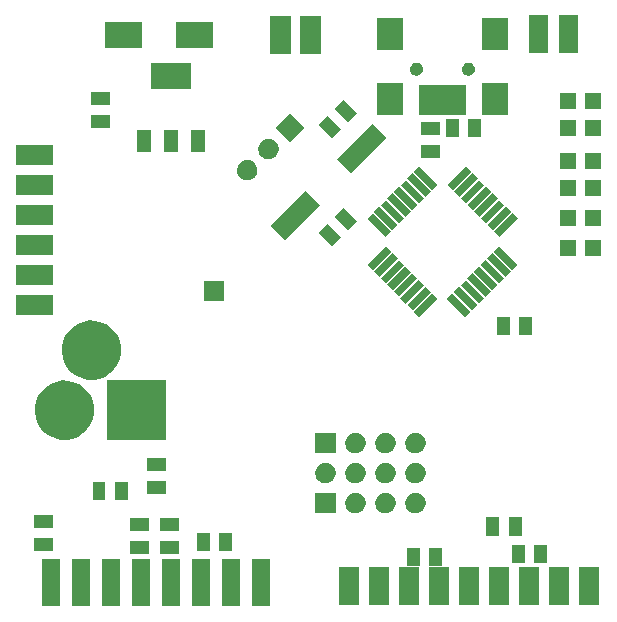
<source format=gts>
G04 (created by PCBNEW (2013-mar-13)-testing) date nie, 20 paź 2013, 19:29:59*
%MOIN*%
G04 Gerber Fmt 3.4, Leading zero omitted, Abs format*
%FSLAX34Y34*%
G01*
G70*
G90*
G04 APERTURE LIST*
%ADD10C,0.005906*%
G04 APERTURE END LIST*
G54D10*
G36*
X1288Y-17085D02*
X659Y-17085D01*
X659Y-16655D01*
X1288Y-16655D01*
X1288Y-17085D01*
X1288Y-17085D01*
G37*
G36*
X1288Y-17835D02*
X659Y-17835D01*
X659Y-17405D01*
X1288Y-17405D01*
X1288Y-17835D01*
X1288Y-17835D01*
G37*
G36*
X1304Y-4980D02*
X43Y-4980D01*
X43Y-4310D01*
X1304Y-4310D01*
X1304Y-4980D01*
X1304Y-4980D01*
G37*
G36*
X1304Y-5980D02*
X43Y-5980D01*
X43Y-5310D01*
X1304Y-5310D01*
X1304Y-5980D01*
X1304Y-5980D01*
G37*
G36*
X1304Y-6980D02*
X43Y-6980D01*
X43Y-6310D01*
X1304Y-6310D01*
X1304Y-6980D01*
X1304Y-6980D01*
G37*
G36*
X1304Y-7980D02*
X43Y-7980D01*
X43Y-7310D01*
X1304Y-7310D01*
X1304Y-7980D01*
X1304Y-7980D01*
G37*
G36*
X1304Y-8980D02*
X43Y-8980D01*
X43Y-8310D01*
X1304Y-8310D01*
X1304Y-8980D01*
X1304Y-8980D01*
G37*
G36*
X1304Y-9980D02*
X43Y-9980D01*
X43Y-9310D01*
X1304Y-9310D01*
X1304Y-9980D01*
X1304Y-9980D01*
G37*
G36*
X1539Y-19687D02*
X909Y-19687D01*
X909Y-18107D01*
X1539Y-18107D01*
X1539Y-19687D01*
X1539Y-19687D01*
G37*
G36*
X2539Y-19687D02*
X1909Y-19687D01*
X1909Y-18107D01*
X2539Y-18107D01*
X2539Y-19687D01*
X2539Y-19687D01*
G37*
G36*
X2658Y-13050D02*
X2655Y-13268D01*
X2612Y-13459D01*
X2534Y-13633D01*
X2421Y-13793D01*
X2284Y-13924D01*
X2118Y-14029D01*
X1941Y-14098D01*
X1748Y-14132D01*
X1558Y-14128D01*
X1366Y-14086D01*
X1192Y-14010D01*
X1031Y-13898D01*
X899Y-13761D01*
X793Y-13596D01*
X723Y-13419D01*
X688Y-13226D01*
X690Y-13037D01*
X731Y-12844D01*
X806Y-12670D01*
X917Y-12508D01*
X1052Y-12375D01*
X1217Y-12268D01*
X1392Y-12197D01*
X1586Y-12160D01*
X1775Y-12161D01*
X1968Y-12201D01*
X2142Y-12274D01*
X2306Y-12384D01*
X2439Y-12518D01*
X2548Y-12682D01*
X2620Y-12857D01*
X2620Y-12859D01*
X2658Y-13050D01*
X2658Y-13050D01*
G37*
G36*
X3038Y-16160D02*
X2609Y-16160D01*
X2609Y-15530D01*
X3038Y-15530D01*
X3038Y-16160D01*
X3038Y-16160D01*
G37*
G36*
X3188Y-2985D02*
X2559Y-2985D01*
X2559Y-2555D01*
X3188Y-2555D01*
X3188Y-2985D01*
X3188Y-2985D01*
G37*
G36*
X3188Y-3735D02*
X2559Y-3735D01*
X2559Y-3305D01*
X3188Y-3305D01*
X3188Y-3735D01*
X3188Y-3735D01*
G37*
G36*
X3539Y-19687D02*
X2909Y-19687D01*
X2909Y-18107D01*
X3539Y-18107D01*
X3539Y-19687D01*
X3539Y-19687D01*
G37*
G36*
X3558Y-11050D02*
X3555Y-11268D01*
X3512Y-11459D01*
X3434Y-11633D01*
X3321Y-11793D01*
X3184Y-11924D01*
X3018Y-12029D01*
X2841Y-12098D01*
X2648Y-12132D01*
X2458Y-12128D01*
X2266Y-12086D01*
X2092Y-12010D01*
X1931Y-11898D01*
X1799Y-11761D01*
X1693Y-11596D01*
X1623Y-11419D01*
X1588Y-11226D01*
X1590Y-11037D01*
X1631Y-10844D01*
X1706Y-10670D01*
X1817Y-10508D01*
X1952Y-10375D01*
X2117Y-10268D01*
X2292Y-10197D01*
X2486Y-10160D01*
X2675Y-10161D01*
X2868Y-10201D01*
X3042Y-10274D01*
X3206Y-10384D01*
X3339Y-10518D01*
X3448Y-10682D01*
X3520Y-10857D01*
X3520Y-10859D01*
X3558Y-11050D01*
X3558Y-11050D01*
G37*
G36*
X3788Y-16160D02*
X3359Y-16160D01*
X3359Y-15530D01*
X3788Y-15530D01*
X3788Y-16160D01*
X3788Y-16160D01*
G37*
G36*
X4273Y-1079D02*
X3012Y-1079D01*
X3012Y-212D01*
X4273Y-212D01*
X4273Y-1079D01*
X4273Y-1079D01*
G37*
G36*
X4488Y-17185D02*
X3859Y-17185D01*
X3859Y-16755D01*
X4488Y-16755D01*
X4488Y-17185D01*
X4488Y-17185D01*
G37*
G36*
X4488Y-17935D02*
X3859Y-17935D01*
X3859Y-17505D01*
X4488Y-17505D01*
X4488Y-17935D01*
X4488Y-17935D01*
G37*
G36*
X4539Y-19687D02*
X3909Y-19687D01*
X3909Y-18107D01*
X4539Y-18107D01*
X4539Y-19687D01*
X4539Y-19687D01*
G37*
G36*
X4555Y-4531D02*
X4081Y-4531D01*
X4081Y-3822D01*
X4555Y-3822D01*
X4555Y-4531D01*
X4555Y-4531D01*
G37*
G36*
X5058Y-14130D02*
X3089Y-14130D01*
X3089Y-12160D01*
X5058Y-12160D01*
X5058Y-14130D01*
X5058Y-14130D01*
G37*
G36*
X5063Y-15185D02*
X4434Y-15185D01*
X4434Y-14755D01*
X5063Y-14755D01*
X5063Y-15185D01*
X5063Y-15185D01*
G37*
G36*
X5063Y-15935D02*
X4434Y-15935D01*
X4434Y-15505D01*
X5063Y-15505D01*
X5063Y-15935D01*
X5063Y-15935D01*
G37*
G36*
X5460Y-4531D02*
X4987Y-4531D01*
X4987Y-3822D01*
X5460Y-3822D01*
X5460Y-4531D01*
X5460Y-4531D01*
G37*
G36*
X5488Y-17185D02*
X4859Y-17185D01*
X4859Y-16755D01*
X5488Y-16755D01*
X5488Y-17185D01*
X5488Y-17185D01*
G37*
G36*
X5488Y-17935D02*
X4859Y-17935D01*
X4859Y-17505D01*
X5488Y-17505D01*
X5488Y-17935D01*
X5488Y-17935D01*
G37*
G36*
X5539Y-19687D02*
X4909Y-19687D01*
X4909Y-18107D01*
X5539Y-18107D01*
X5539Y-19687D01*
X5539Y-19687D01*
G37*
G36*
X5893Y-2444D02*
X4554Y-2444D01*
X4554Y-1577D01*
X5893Y-1577D01*
X5893Y-2444D01*
X5893Y-2444D01*
G37*
G36*
X6366Y-4531D02*
X5892Y-4531D01*
X5892Y-3822D01*
X6366Y-3822D01*
X6366Y-4531D01*
X6366Y-4531D01*
G37*
G36*
X6513Y-17860D02*
X6084Y-17860D01*
X6084Y-17230D01*
X6513Y-17230D01*
X6513Y-17860D01*
X6513Y-17860D01*
G37*
G36*
X6539Y-19687D02*
X5909Y-19687D01*
X5909Y-18107D01*
X6539Y-18107D01*
X6539Y-19687D01*
X6539Y-19687D01*
G37*
G36*
X6635Y-1079D02*
X5374Y-1079D01*
X5374Y-212D01*
X6635Y-212D01*
X6635Y-1079D01*
X6635Y-1079D01*
G37*
G36*
X6988Y-9510D02*
X6309Y-9510D01*
X6309Y-8830D01*
X6988Y-8830D01*
X6988Y-9510D01*
X6988Y-9510D01*
G37*
G36*
X7263Y-17860D02*
X6834Y-17860D01*
X6834Y-17230D01*
X7263Y-17230D01*
X7263Y-17860D01*
X7263Y-17860D01*
G37*
G36*
X7539Y-19687D02*
X6909Y-19687D01*
X6909Y-18107D01*
X7539Y-18107D01*
X7539Y-19687D01*
X7539Y-19687D01*
G37*
G36*
X8106Y-5120D02*
X8105Y-5194D01*
X8090Y-5261D01*
X8064Y-5320D01*
X8024Y-5376D01*
X7978Y-5420D01*
X7919Y-5457D01*
X7860Y-5480D01*
X7791Y-5493D01*
X7728Y-5491D01*
X7659Y-5476D01*
X7601Y-5451D01*
X7544Y-5411D01*
X7500Y-5365D01*
X7462Y-5307D01*
X7439Y-5248D01*
X7426Y-5179D01*
X7427Y-5116D01*
X7442Y-5047D01*
X7467Y-4989D01*
X7506Y-4932D01*
X7551Y-4887D01*
X7610Y-4849D01*
X7668Y-4825D01*
X7737Y-4812D01*
X7800Y-4813D01*
X7869Y-4827D01*
X7927Y-4851D01*
X7985Y-4891D01*
X8030Y-4935D01*
X8069Y-4994D01*
X8092Y-5052D01*
X8106Y-5119D01*
X8106Y-5120D01*
X8106Y-5120D01*
G37*
G36*
X8539Y-19687D02*
X7909Y-19687D01*
X7909Y-18107D01*
X8539Y-18107D01*
X8539Y-19687D01*
X8539Y-19687D01*
G37*
G36*
X8813Y-4413D02*
X8812Y-4487D01*
X8797Y-4554D01*
X8771Y-4612D01*
X8731Y-4669D01*
X8685Y-4713D01*
X8626Y-4750D01*
X8567Y-4773D01*
X8498Y-4785D01*
X8435Y-4784D01*
X8367Y-4769D01*
X8308Y-4744D01*
X8251Y-4704D01*
X8207Y-4658D01*
X8169Y-4600D01*
X8146Y-4541D01*
X8133Y-4472D01*
X8134Y-4409D01*
X8149Y-4340D01*
X8174Y-4282D01*
X8213Y-4225D01*
X8258Y-4180D01*
X8317Y-4142D01*
X8375Y-4118D01*
X8444Y-4105D01*
X8507Y-4106D01*
X8576Y-4120D01*
X8634Y-4144D01*
X8692Y-4183D01*
X8737Y-4228D01*
X8776Y-4287D01*
X8800Y-4345D01*
X8813Y-4412D01*
X8813Y-4413D01*
X8813Y-4413D01*
G37*
G36*
X9209Y-1275D02*
X8538Y-1275D01*
X8538Y-15D01*
X9209Y-15D01*
X9209Y-1275D01*
X9209Y-1275D01*
G37*
G36*
X9661Y-3738D02*
X9181Y-4219D01*
X8700Y-3738D01*
X9181Y-3258D01*
X9661Y-3738D01*
X9661Y-3738D01*
G37*
G36*
X10182Y-6311D02*
X9012Y-7481D01*
X8538Y-7007D01*
X9708Y-5837D01*
X10182Y-6311D01*
X10182Y-6311D01*
G37*
G36*
X10209Y-1275D02*
X9538Y-1275D01*
X9538Y-15D01*
X10209Y-15D01*
X10209Y-1275D01*
X10209Y-1275D01*
G37*
G36*
X10713Y-15213D02*
X10712Y-15287D01*
X10697Y-15354D01*
X10671Y-15412D01*
X10631Y-15469D01*
X10585Y-15513D01*
X10526Y-15550D01*
X10467Y-15573D01*
X10398Y-15585D01*
X10335Y-15584D01*
X10267Y-15569D01*
X10208Y-15544D01*
X10151Y-15504D01*
X10107Y-15458D01*
X10069Y-15400D01*
X10046Y-15341D01*
X10033Y-15272D01*
X10034Y-15209D01*
X10049Y-15140D01*
X10074Y-15082D01*
X10113Y-15025D01*
X10158Y-14980D01*
X10217Y-14942D01*
X10275Y-14918D01*
X10344Y-14905D01*
X10407Y-14906D01*
X10476Y-14920D01*
X10534Y-14944D01*
X10592Y-14983D01*
X10637Y-15028D01*
X10676Y-15087D01*
X10700Y-15145D01*
X10713Y-15212D01*
X10713Y-15213D01*
X10713Y-15213D01*
G37*
G36*
X10713Y-14585D02*
X10034Y-14585D01*
X10034Y-13905D01*
X10713Y-13905D01*
X10713Y-14585D01*
X10713Y-14585D01*
G37*
G36*
X10713Y-16585D02*
X10034Y-16585D01*
X10034Y-15905D01*
X10713Y-15905D01*
X10713Y-16585D01*
X10713Y-16585D01*
G37*
G36*
X10882Y-7381D02*
X10579Y-7684D01*
X10134Y-7240D01*
X10438Y-6936D01*
X10882Y-7381D01*
X10882Y-7381D01*
G37*
G36*
X10883Y-3781D02*
X10579Y-4085D01*
X10134Y-3640D01*
X10438Y-3336D01*
X10883Y-3781D01*
X10883Y-3781D01*
G37*
G36*
X11413Y-6851D02*
X11109Y-7154D01*
X10665Y-6709D01*
X10968Y-6406D01*
X11413Y-6851D01*
X11413Y-6851D01*
G37*
G36*
X11413Y-3251D02*
X11109Y-3554D01*
X10664Y-3109D01*
X10968Y-2806D01*
X11413Y-3251D01*
X11413Y-3251D01*
G37*
G36*
X11496Y-19650D02*
X10826Y-19650D01*
X10826Y-18390D01*
X11496Y-18390D01*
X11496Y-19650D01*
X11496Y-19650D01*
G37*
G36*
X11713Y-14212D02*
X11712Y-14288D01*
X11697Y-14353D01*
X11670Y-14414D01*
X11632Y-14468D01*
X11583Y-14514D01*
X11527Y-14550D01*
X11465Y-14574D01*
X11400Y-14585D01*
X11333Y-14584D01*
X11268Y-14569D01*
X11207Y-14543D01*
X11152Y-14505D01*
X11106Y-14457D01*
X11070Y-14401D01*
X11046Y-14339D01*
X11034Y-14274D01*
X11035Y-14207D01*
X11048Y-14142D01*
X11075Y-14081D01*
X11112Y-14026D01*
X11160Y-13979D01*
X11216Y-13943D01*
X11277Y-13918D01*
X11343Y-13906D01*
X11409Y-13906D01*
X11474Y-13919D01*
X11536Y-13945D01*
X11591Y-13982D01*
X11638Y-14030D01*
X11675Y-14085D01*
X11700Y-14147D01*
X11713Y-14212D01*
X11713Y-14212D01*
G37*
G36*
X11713Y-15212D02*
X11712Y-15288D01*
X11697Y-15353D01*
X11670Y-15414D01*
X11632Y-15468D01*
X11583Y-15514D01*
X11527Y-15550D01*
X11465Y-15574D01*
X11400Y-15585D01*
X11333Y-15584D01*
X11268Y-15569D01*
X11207Y-15543D01*
X11152Y-15505D01*
X11106Y-15457D01*
X11070Y-15401D01*
X11046Y-15339D01*
X11034Y-15274D01*
X11035Y-15207D01*
X11048Y-15142D01*
X11075Y-15081D01*
X11112Y-15026D01*
X11160Y-14979D01*
X11216Y-14943D01*
X11277Y-14918D01*
X11343Y-14906D01*
X11409Y-14906D01*
X11474Y-14919D01*
X11536Y-14945D01*
X11591Y-14982D01*
X11638Y-15030D01*
X11675Y-15085D01*
X11700Y-15147D01*
X11713Y-15212D01*
X11713Y-15212D01*
G37*
G36*
X11713Y-16212D02*
X11712Y-16288D01*
X11697Y-16353D01*
X11670Y-16414D01*
X11632Y-16468D01*
X11583Y-16514D01*
X11527Y-16550D01*
X11465Y-16574D01*
X11400Y-16585D01*
X11333Y-16584D01*
X11268Y-16569D01*
X11207Y-16543D01*
X11152Y-16505D01*
X11106Y-16457D01*
X11070Y-16401D01*
X11046Y-16339D01*
X11034Y-16274D01*
X11035Y-16207D01*
X11048Y-16142D01*
X11075Y-16081D01*
X11112Y-16026D01*
X11160Y-15979D01*
X11216Y-15943D01*
X11277Y-15918D01*
X11343Y-15906D01*
X11409Y-15906D01*
X11474Y-15919D01*
X11536Y-15945D01*
X11591Y-15982D01*
X11638Y-16030D01*
X11675Y-16085D01*
X11700Y-16147D01*
X11713Y-16212D01*
X11713Y-16212D01*
G37*
G36*
X12409Y-4084D02*
X11239Y-5253D01*
X10765Y-4780D01*
X11935Y-3610D01*
X12409Y-4084D01*
X12409Y-4084D01*
G37*
G36*
X12496Y-19650D02*
X11826Y-19650D01*
X11826Y-18390D01*
X12496Y-18390D01*
X12496Y-19650D01*
X12496Y-19650D01*
G37*
G36*
X12556Y-7874D02*
X11944Y-8486D01*
X11763Y-8305D01*
X12375Y-7693D01*
X12556Y-7874D01*
X12556Y-7874D01*
G37*
G36*
X12556Y-7193D02*
X12376Y-7374D01*
X11763Y-6762D01*
X11944Y-6581D01*
X12556Y-7193D01*
X12556Y-7193D01*
G37*
G36*
X12713Y-14212D02*
X12712Y-14288D01*
X12697Y-14353D01*
X12670Y-14414D01*
X12632Y-14468D01*
X12583Y-14514D01*
X12527Y-14550D01*
X12465Y-14574D01*
X12400Y-14585D01*
X12333Y-14584D01*
X12268Y-14569D01*
X12207Y-14543D01*
X12152Y-14505D01*
X12106Y-14457D01*
X12070Y-14401D01*
X12046Y-14339D01*
X12034Y-14274D01*
X12035Y-14207D01*
X12048Y-14142D01*
X12075Y-14081D01*
X12112Y-14026D01*
X12160Y-13979D01*
X12216Y-13943D01*
X12277Y-13918D01*
X12343Y-13906D01*
X12409Y-13906D01*
X12474Y-13919D01*
X12536Y-13945D01*
X12591Y-13982D01*
X12638Y-14030D01*
X12675Y-14085D01*
X12700Y-14147D01*
X12713Y-14212D01*
X12713Y-14212D01*
G37*
G36*
X12713Y-15212D02*
X12712Y-15288D01*
X12697Y-15353D01*
X12670Y-15414D01*
X12632Y-15468D01*
X12583Y-15514D01*
X12527Y-15550D01*
X12465Y-15574D01*
X12400Y-15585D01*
X12333Y-15584D01*
X12268Y-15569D01*
X12207Y-15543D01*
X12152Y-15505D01*
X12106Y-15457D01*
X12070Y-15401D01*
X12046Y-15339D01*
X12034Y-15274D01*
X12035Y-15207D01*
X12048Y-15142D01*
X12075Y-15081D01*
X12112Y-15026D01*
X12160Y-14979D01*
X12216Y-14943D01*
X12277Y-14918D01*
X12343Y-14906D01*
X12409Y-14906D01*
X12474Y-14919D01*
X12536Y-14945D01*
X12591Y-14982D01*
X12638Y-15030D01*
X12675Y-15085D01*
X12700Y-15147D01*
X12713Y-15212D01*
X12713Y-15212D01*
G37*
G36*
X12713Y-16212D02*
X12712Y-16288D01*
X12697Y-16353D01*
X12670Y-16414D01*
X12632Y-16468D01*
X12583Y-16514D01*
X12527Y-16550D01*
X12465Y-16574D01*
X12400Y-16585D01*
X12333Y-16584D01*
X12268Y-16569D01*
X12207Y-16543D01*
X12152Y-16505D01*
X12106Y-16457D01*
X12070Y-16401D01*
X12046Y-16339D01*
X12034Y-16274D01*
X12035Y-16207D01*
X12048Y-16142D01*
X12075Y-16081D01*
X12112Y-16026D01*
X12160Y-15979D01*
X12216Y-15943D01*
X12277Y-15918D01*
X12343Y-15906D01*
X12409Y-15906D01*
X12474Y-15919D01*
X12536Y-15945D01*
X12591Y-15982D01*
X12638Y-16030D01*
X12675Y-16085D01*
X12700Y-16147D01*
X12713Y-16212D01*
X12713Y-16212D01*
G37*
G36*
X12775Y-8093D02*
X12163Y-8705D01*
X11982Y-8525D01*
X12594Y-7912D01*
X12775Y-8093D01*
X12775Y-8093D01*
G37*
G36*
X12779Y-6970D02*
X12598Y-7151D01*
X11986Y-6539D01*
X12167Y-6358D01*
X12779Y-6970D01*
X12779Y-6970D01*
G37*
G36*
X12955Y-1131D02*
X12088Y-1131D01*
X12088Y-67D01*
X12955Y-67D01*
X12955Y-1131D01*
X12955Y-1131D01*
G37*
G36*
X12955Y-3296D02*
X12088Y-3296D01*
X12088Y-2232D01*
X12955Y-2232D01*
X12955Y-3296D01*
X12955Y-3296D01*
G37*
G36*
X13001Y-8319D02*
X12389Y-8932D01*
X12208Y-8751D01*
X12820Y-8139D01*
X13001Y-8319D01*
X13001Y-8319D01*
G37*
G36*
X13002Y-6748D02*
X12821Y-6928D01*
X12209Y-6316D01*
X12390Y-6135D01*
X13002Y-6748D01*
X13002Y-6748D01*
G37*
G36*
X13220Y-8539D02*
X12608Y-9151D01*
X12427Y-8970D01*
X13040Y-8358D01*
X13220Y-8539D01*
X13220Y-8539D01*
G37*
G36*
X13225Y-6525D02*
X13044Y-6706D01*
X12432Y-6093D01*
X12613Y-5913D01*
X13225Y-6525D01*
X13225Y-6525D01*
G37*
G36*
X13440Y-8758D02*
X12827Y-9370D01*
X12647Y-9189D01*
X13259Y-8577D01*
X13440Y-8758D01*
X13440Y-8758D01*
G37*
G36*
X13447Y-6302D02*
X13267Y-6483D01*
X12654Y-5871D01*
X12835Y-5690D01*
X13447Y-6302D01*
X13447Y-6302D01*
G37*
G36*
X13496Y-19650D02*
X12826Y-19650D01*
X12826Y-18390D01*
X13496Y-18390D01*
X13496Y-19650D01*
X13496Y-19650D01*
G37*
G36*
X13513Y-18360D02*
X13084Y-18360D01*
X13084Y-17731D01*
X13513Y-17731D01*
X13513Y-18360D01*
X13513Y-18360D01*
G37*
G36*
X13624Y-1760D02*
X13624Y-1806D01*
X13614Y-1850D01*
X13597Y-1886D01*
X13571Y-1923D01*
X13543Y-1951D01*
X13504Y-1975D01*
X13467Y-1989D01*
X13423Y-1997D01*
X13383Y-1996D01*
X13339Y-1987D01*
X13303Y-1971D01*
X13265Y-1945D01*
X13238Y-1917D01*
X13213Y-1878D01*
X13199Y-1842D01*
X13191Y-1797D01*
X13191Y-1758D01*
X13201Y-1713D01*
X13216Y-1677D01*
X13242Y-1639D01*
X13270Y-1612D01*
X13308Y-1587D01*
X13344Y-1572D01*
X13390Y-1563D01*
X13428Y-1564D01*
X13474Y-1573D01*
X13509Y-1588D01*
X13548Y-1614D01*
X13575Y-1641D01*
X13601Y-1680D01*
X13615Y-1715D01*
X13624Y-1760D01*
X13624Y-1760D01*
G37*
G36*
X13666Y-8984D02*
X13054Y-9596D01*
X12873Y-9415D01*
X13485Y-8803D01*
X13666Y-8984D01*
X13666Y-8984D01*
G37*
G36*
X13670Y-6079D02*
X13489Y-6260D01*
X12877Y-5648D01*
X13058Y-5467D01*
X13670Y-6079D01*
X13670Y-6079D01*
G37*
G36*
X13713Y-14212D02*
X13712Y-14288D01*
X13697Y-14353D01*
X13670Y-14414D01*
X13632Y-14468D01*
X13583Y-14514D01*
X13527Y-14550D01*
X13465Y-14574D01*
X13400Y-14585D01*
X13333Y-14584D01*
X13268Y-14569D01*
X13207Y-14543D01*
X13152Y-14505D01*
X13106Y-14457D01*
X13070Y-14401D01*
X13046Y-14339D01*
X13034Y-14274D01*
X13035Y-14207D01*
X13048Y-14142D01*
X13075Y-14081D01*
X13112Y-14026D01*
X13160Y-13979D01*
X13216Y-13943D01*
X13277Y-13918D01*
X13343Y-13906D01*
X13409Y-13906D01*
X13474Y-13919D01*
X13536Y-13945D01*
X13591Y-13982D01*
X13638Y-14030D01*
X13675Y-14085D01*
X13700Y-14147D01*
X13713Y-14212D01*
X13713Y-14212D01*
G37*
G36*
X13713Y-15212D02*
X13712Y-15288D01*
X13697Y-15353D01*
X13670Y-15414D01*
X13632Y-15468D01*
X13583Y-15514D01*
X13527Y-15550D01*
X13465Y-15574D01*
X13400Y-15585D01*
X13333Y-15584D01*
X13268Y-15569D01*
X13207Y-15543D01*
X13152Y-15505D01*
X13106Y-15457D01*
X13070Y-15401D01*
X13046Y-15339D01*
X13034Y-15274D01*
X13035Y-15207D01*
X13048Y-15142D01*
X13075Y-15081D01*
X13112Y-15026D01*
X13160Y-14979D01*
X13216Y-14943D01*
X13277Y-14918D01*
X13343Y-14906D01*
X13409Y-14906D01*
X13474Y-14919D01*
X13536Y-14945D01*
X13591Y-14982D01*
X13638Y-15030D01*
X13675Y-15085D01*
X13700Y-15147D01*
X13713Y-15212D01*
X13713Y-15212D01*
G37*
G36*
X13713Y-16212D02*
X13712Y-16288D01*
X13697Y-16353D01*
X13670Y-16414D01*
X13632Y-16468D01*
X13583Y-16514D01*
X13527Y-16550D01*
X13465Y-16574D01*
X13400Y-16585D01*
X13333Y-16584D01*
X13268Y-16569D01*
X13207Y-16543D01*
X13152Y-16505D01*
X13106Y-16457D01*
X13070Y-16401D01*
X13046Y-16339D01*
X13034Y-16274D01*
X13035Y-16207D01*
X13048Y-16142D01*
X13075Y-16081D01*
X13112Y-16026D01*
X13160Y-15979D01*
X13216Y-15943D01*
X13277Y-15918D01*
X13343Y-15906D01*
X13409Y-15906D01*
X13474Y-15919D01*
X13536Y-15945D01*
X13591Y-15982D01*
X13638Y-16030D01*
X13675Y-16085D01*
X13700Y-16147D01*
X13713Y-16212D01*
X13713Y-16212D01*
G37*
G36*
X13892Y-9210D02*
X13280Y-9823D01*
X13099Y-9642D01*
X13711Y-9030D01*
X13892Y-9210D01*
X13892Y-9210D01*
G37*
G36*
X13893Y-5857D02*
X13712Y-6037D01*
X13100Y-5425D01*
X13281Y-5244D01*
X13893Y-5857D01*
X13893Y-5857D01*
G37*
G36*
X14116Y-5634D02*
X13935Y-5815D01*
X13323Y-5203D01*
X13503Y-5022D01*
X14116Y-5634D01*
X14116Y-5634D01*
G37*
G36*
X14118Y-9437D02*
X13506Y-10049D01*
X13325Y-9868D01*
X13938Y-9256D01*
X14118Y-9437D01*
X14118Y-9437D01*
G37*
G36*
X14188Y-3985D02*
X13559Y-3985D01*
X13559Y-3556D01*
X14188Y-3556D01*
X14188Y-3985D01*
X14188Y-3985D01*
G37*
G36*
X14188Y-4735D02*
X13559Y-4735D01*
X13559Y-4306D01*
X14188Y-4306D01*
X14188Y-4735D01*
X14188Y-4735D01*
G37*
G36*
X14263Y-18360D02*
X13834Y-18360D01*
X13834Y-17731D01*
X14263Y-17731D01*
X14263Y-18360D01*
X14263Y-18360D01*
G37*
G36*
X14496Y-19650D02*
X13826Y-19650D01*
X13826Y-18390D01*
X14496Y-18390D01*
X14496Y-19650D01*
X14496Y-19650D01*
G37*
G36*
X14813Y-4060D02*
X14384Y-4060D01*
X14384Y-3431D01*
X14813Y-3431D01*
X14813Y-4060D01*
X14813Y-4060D01*
G37*
G36*
X15042Y-3296D02*
X14750Y-3296D01*
X14750Y-3296D01*
X14742Y-3296D01*
X14742Y-3296D01*
X14435Y-3296D01*
X14435Y-3296D01*
X14427Y-3296D01*
X14427Y-3296D01*
X14120Y-3296D01*
X14120Y-3296D01*
X14112Y-3296D01*
X14112Y-3296D01*
X13805Y-3296D01*
X13805Y-3296D01*
X13797Y-3296D01*
X13797Y-3296D01*
X13505Y-3296D01*
X13505Y-2310D01*
X13797Y-2310D01*
X13797Y-2310D01*
X13805Y-2310D01*
X13805Y-2310D01*
X14112Y-2310D01*
X14112Y-2310D01*
X14120Y-2310D01*
X14120Y-2310D01*
X14427Y-2310D01*
X14427Y-2310D01*
X14435Y-2310D01*
X14435Y-2310D01*
X14742Y-2310D01*
X14742Y-2310D01*
X14750Y-2310D01*
X14750Y-2310D01*
X15042Y-2310D01*
X15042Y-3296D01*
X15042Y-3296D01*
G37*
G36*
X15214Y-9861D02*
X15034Y-10042D01*
X14421Y-9430D01*
X14602Y-9249D01*
X15214Y-9861D01*
X15214Y-9861D01*
G37*
G36*
X15227Y-5200D02*
X14615Y-5812D01*
X14434Y-5631D01*
X15046Y-5019D01*
X15227Y-5200D01*
X15227Y-5200D01*
G37*
G36*
X15356Y-1760D02*
X15356Y-1806D01*
X15346Y-1850D01*
X15329Y-1886D01*
X15303Y-1923D01*
X15275Y-1951D01*
X15236Y-1975D01*
X15199Y-1989D01*
X15155Y-1997D01*
X15115Y-1996D01*
X15071Y-1987D01*
X15035Y-1971D01*
X14997Y-1945D01*
X14970Y-1917D01*
X14945Y-1878D01*
X14931Y-1842D01*
X14923Y-1797D01*
X14923Y-1758D01*
X14933Y-1713D01*
X14948Y-1677D01*
X14974Y-1639D01*
X15002Y-1612D01*
X15040Y-1587D01*
X15076Y-1572D01*
X15122Y-1563D01*
X15160Y-1564D01*
X15206Y-1573D01*
X15241Y-1588D01*
X15280Y-1614D01*
X15307Y-1641D01*
X15333Y-1680D01*
X15347Y-1715D01*
X15356Y-1760D01*
X15356Y-1760D01*
G37*
G36*
X15441Y-9635D02*
X15260Y-9816D01*
X14648Y-9203D01*
X14829Y-9022D01*
X15441Y-9635D01*
X15441Y-9635D01*
G37*
G36*
X15449Y-5422D02*
X14837Y-6034D01*
X14656Y-5853D01*
X15268Y-5241D01*
X15449Y-5422D01*
X15449Y-5422D01*
G37*
G36*
X15496Y-19650D02*
X14826Y-19650D01*
X14826Y-18390D01*
X15496Y-18390D01*
X15496Y-19650D01*
X15496Y-19650D01*
G37*
G36*
X15563Y-4060D02*
X15134Y-4060D01*
X15134Y-3431D01*
X15563Y-3431D01*
X15563Y-4060D01*
X15563Y-4060D01*
G37*
G36*
X15667Y-9408D02*
X15486Y-9589D01*
X14874Y-8977D01*
X15055Y-8796D01*
X15667Y-9408D01*
X15667Y-9408D01*
G37*
G36*
X15673Y-5645D02*
X15061Y-6257D01*
X14880Y-6077D01*
X15492Y-5464D01*
X15673Y-5645D01*
X15673Y-5645D01*
G37*
G36*
X15886Y-9189D02*
X15705Y-9370D01*
X15093Y-8758D01*
X15274Y-8577D01*
X15886Y-9189D01*
X15886Y-9189D01*
G37*
G36*
X15895Y-5867D02*
X15283Y-6479D01*
X15102Y-6299D01*
X15714Y-5686D01*
X15895Y-5867D01*
X15895Y-5867D01*
G37*
G36*
X16113Y-8963D02*
X15932Y-9144D01*
X15320Y-8532D01*
X15500Y-8351D01*
X16113Y-8963D01*
X16113Y-8963D01*
G37*
G36*
X16118Y-6091D02*
X15506Y-6703D01*
X15325Y-6522D01*
X15937Y-5910D01*
X16118Y-6091D01*
X16118Y-6091D01*
G37*
G36*
X16163Y-17335D02*
X15734Y-17335D01*
X15734Y-16706D01*
X16163Y-16706D01*
X16163Y-17335D01*
X16163Y-17335D01*
G37*
G36*
X16332Y-8744D02*
X16151Y-8925D01*
X15539Y-8312D01*
X15720Y-8132D01*
X16332Y-8744D01*
X16332Y-8744D01*
G37*
G36*
X16340Y-6313D02*
X15728Y-6925D01*
X15547Y-6744D01*
X16159Y-6132D01*
X16340Y-6313D01*
X16340Y-6313D01*
G37*
G36*
X16459Y-1131D02*
X15592Y-1131D01*
X15592Y-67D01*
X16459Y-67D01*
X16459Y-1131D01*
X16459Y-1131D01*
G37*
G36*
X16459Y-3296D02*
X15592Y-3296D01*
X15592Y-2232D01*
X16459Y-2232D01*
X16459Y-3296D01*
X16459Y-3296D01*
G37*
G36*
X16496Y-19650D02*
X15826Y-19650D01*
X15826Y-18390D01*
X16496Y-18390D01*
X16496Y-19650D01*
X16496Y-19650D01*
G37*
G36*
X16513Y-10660D02*
X16084Y-10660D01*
X16084Y-10031D01*
X16513Y-10031D01*
X16513Y-10660D01*
X16513Y-10660D01*
G37*
G36*
X16558Y-8517D02*
X16377Y-8698D01*
X15765Y-8086D01*
X15946Y-7905D01*
X16558Y-8517D01*
X16558Y-8517D01*
G37*
G36*
X16564Y-6536D02*
X15951Y-7148D01*
X15771Y-6967D01*
X16383Y-6355D01*
X16564Y-6536D01*
X16564Y-6536D01*
G37*
G36*
X16777Y-8298D02*
X16596Y-8479D01*
X15984Y-7867D01*
X16165Y-7686D01*
X16777Y-8298D01*
X16777Y-8298D01*
G37*
G36*
X16786Y-6758D02*
X16174Y-7370D01*
X15993Y-7189D01*
X16605Y-6577D01*
X16786Y-6758D01*
X16786Y-6758D01*
G37*
G36*
X16913Y-17335D02*
X16484Y-17335D01*
X16484Y-16706D01*
X16913Y-16706D01*
X16913Y-17335D01*
X16913Y-17335D01*
G37*
G36*
X17013Y-18260D02*
X16584Y-18260D01*
X16584Y-17631D01*
X17013Y-17631D01*
X17013Y-18260D01*
X17013Y-18260D01*
G37*
G36*
X17263Y-10660D02*
X16834Y-10660D01*
X16834Y-10031D01*
X17263Y-10031D01*
X17263Y-10660D01*
X17263Y-10660D01*
G37*
G36*
X17496Y-19650D02*
X16826Y-19650D01*
X16826Y-18390D01*
X17496Y-18390D01*
X17496Y-19650D01*
X17496Y-19650D01*
G37*
G36*
X17763Y-18260D02*
X17334Y-18260D01*
X17334Y-17631D01*
X17763Y-17631D01*
X17763Y-18260D01*
X17763Y-18260D01*
G37*
G36*
X17776Y-1250D02*
X17146Y-1250D01*
X17146Y9D01*
X17776Y9D01*
X17776Y-1250D01*
X17776Y-1250D01*
G37*
G36*
X18496Y-19650D02*
X17826Y-19650D01*
X17826Y-18390D01*
X18496Y-18390D01*
X18496Y-19650D01*
X18496Y-19650D01*
G37*
G36*
X18736Y-4021D02*
X18185Y-4021D01*
X18185Y-3470D01*
X18736Y-3470D01*
X18736Y-4021D01*
X18736Y-4021D01*
G37*
G36*
X18736Y-5121D02*
X18185Y-5121D01*
X18185Y-4570D01*
X18736Y-4570D01*
X18736Y-5121D01*
X18736Y-5121D01*
G37*
G36*
X18736Y-6021D02*
X18185Y-6021D01*
X18185Y-5470D01*
X18736Y-5470D01*
X18736Y-6021D01*
X18736Y-6021D01*
G37*
G36*
X18736Y-7021D02*
X18185Y-7021D01*
X18185Y-6470D01*
X18736Y-6470D01*
X18736Y-7021D01*
X18736Y-7021D01*
G37*
G36*
X18736Y-8021D02*
X18185Y-8021D01*
X18185Y-7470D01*
X18736Y-7470D01*
X18736Y-8021D01*
X18736Y-8021D01*
G37*
G36*
X18736Y-3121D02*
X18185Y-3121D01*
X18185Y-2569D01*
X18736Y-2569D01*
X18736Y-3121D01*
X18736Y-3121D01*
G37*
G36*
X18776Y-1250D02*
X18146Y-1250D01*
X18146Y9D01*
X18776Y9D01*
X18776Y-1250D01*
X18776Y-1250D01*
G37*
G36*
X19496Y-19650D02*
X18826Y-19650D01*
X18826Y-18390D01*
X19496Y-18390D01*
X19496Y-19650D01*
X19496Y-19650D01*
G37*
G36*
X19562Y-4021D02*
X19011Y-4021D01*
X19011Y-3470D01*
X19562Y-3470D01*
X19562Y-4021D01*
X19562Y-4021D01*
G37*
G36*
X19562Y-5121D02*
X19011Y-5121D01*
X19011Y-4570D01*
X19562Y-4570D01*
X19562Y-5121D01*
X19562Y-5121D01*
G37*
G36*
X19562Y-6021D02*
X19011Y-6021D01*
X19011Y-5470D01*
X19562Y-5470D01*
X19562Y-6021D01*
X19562Y-6021D01*
G37*
G36*
X19562Y-7021D02*
X19011Y-7021D01*
X19011Y-6470D01*
X19562Y-6470D01*
X19562Y-7021D01*
X19562Y-7021D01*
G37*
G36*
X19562Y-8021D02*
X19011Y-8021D01*
X19011Y-7470D01*
X19562Y-7470D01*
X19562Y-8021D01*
X19562Y-8021D01*
G37*
G36*
X19562Y-3121D02*
X19011Y-3121D01*
X19011Y-2569D01*
X19562Y-2569D01*
X19562Y-3121D01*
X19562Y-3121D01*
G37*
M02*

</source>
